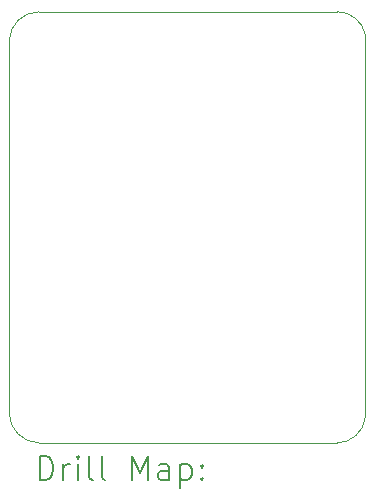
<source format=gbr>
%TF.GenerationSoftware,KiCad,Pcbnew,8.0.5*%
%TF.CreationDate,2024-11-27T14:44:59+01:00*%
%TF.ProjectId,TOF_PCB_COTE,544f465f-5043-4425-9f43-4f54452e6b69,rev?*%
%TF.SameCoordinates,Original*%
%TF.FileFunction,Drillmap*%
%TF.FilePolarity,Positive*%
%FSLAX45Y45*%
G04 Gerber Fmt 4.5, Leading zero omitted, Abs format (unit mm)*
G04 Created by KiCad (PCBNEW 8.0.5) date 2024-11-27 14:44:59*
%MOMM*%
%LPD*%
G01*
G04 APERTURE LIST*
%ADD10C,0.050000*%
%ADD11C,0.200000*%
G04 APERTURE END LIST*
D10*
X15100000Y-8100000D02*
G75*
G02*
X15339998Y-8295153I0J-245150D01*
G01*
X12325006Y-8350000D02*
G75*
G02*
X12576777Y-8101776I249984J-1760D01*
G01*
X15098223Y-11751777D02*
X12576777Y-11750006D01*
X12576777Y-8101777D02*
X15100000Y-8100000D01*
X12576777Y-11750006D02*
G75*
G02*
X12325000Y-11500000I3J251786D01*
G01*
X15340000Y-8295153D02*
X15340000Y-11535403D01*
X15340000Y-11535403D02*
G75*
G02*
X15098223Y-11751781I-241780J26893D01*
G01*
X12325000Y-11500000D02*
X12325000Y-8350000D01*
D11*
X12583277Y-12065760D02*
X12583277Y-11865760D01*
X12583277Y-11865760D02*
X12630896Y-11865760D01*
X12630896Y-11865760D02*
X12659467Y-11875284D01*
X12659467Y-11875284D02*
X12678515Y-11894332D01*
X12678515Y-11894332D02*
X12688039Y-11913379D01*
X12688039Y-11913379D02*
X12697562Y-11951475D01*
X12697562Y-11951475D02*
X12697562Y-11980046D01*
X12697562Y-11980046D02*
X12688039Y-12018141D01*
X12688039Y-12018141D02*
X12678515Y-12037189D01*
X12678515Y-12037189D02*
X12659467Y-12056237D01*
X12659467Y-12056237D02*
X12630896Y-12065760D01*
X12630896Y-12065760D02*
X12583277Y-12065760D01*
X12783277Y-12065760D02*
X12783277Y-11932427D01*
X12783277Y-11970522D02*
X12792801Y-11951475D01*
X12792801Y-11951475D02*
X12802324Y-11941951D01*
X12802324Y-11941951D02*
X12821372Y-11932427D01*
X12821372Y-11932427D02*
X12840420Y-11932427D01*
X12907086Y-12065760D02*
X12907086Y-11932427D01*
X12907086Y-11865760D02*
X12897562Y-11875284D01*
X12897562Y-11875284D02*
X12907086Y-11884808D01*
X12907086Y-11884808D02*
X12916610Y-11875284D01*
X12916610Y-11875284D02*
X12907086Y-11865760D01*
X12907086Y-11865760D02*
X12907086Y-11884808D01*
X13030896Y-12065760D02*
X13011848Y-12056237D01*
X13011848Y-12056237D02*
X13002324Y-12037189D01*
X13002324Y-12037189D02*
X13002324Y-11865760D01*
X13135658Y-12065760D02*
X13116610Y-12056237D01*
X13116610Y-12056237D02*
X13107086Y-12037189D01*
X13107086Y-12037189D02*
X13107086Y-11865760D01*
X13364229Y-12065760D02*
X13364229Y-11865760D01*
X13364229Y-11865760D02*
X13430896Y-12008618D01*
X13430896Y-12008618D02*
X13497562Y-11865760D01*
X13497562Y-11865760D02*
X13497562Y-12065760D01*
X13678515Y-12065760D02*
X13678515Y-11960999D01*
X13678515Y-11960999D02*
X13668991Y-11941951D01*
X13668991Y-11941951D02*
X13649943Y-11932427D01*
X13649943Y-11932427D02*
X13611848Y-11932427D01*
X13611848Y-11932427D02*
X13592801Y-11941951D01*
X13678515Y-12056237D02*
X13659467Y-12065760D01*
X13659467Y-12065760D02*
X13611848Y-12065760D01*
X13611848Y-12065760D02*
X13592801Y-12056237D01*
X13592801Y-12056237D02*
X13583277Y-12037189D01*
X13583277Y-12037189D02*
X13583277Y-12018141D01*
X13583277Y-12018141D02*
X13592801Y-11999094D01*
X13592801Y-11999094D02*
X13611848Y-11989570D01*
X13611848Y-11989570D02*
X13659467Y-11989570D01*
X13659467Y-11989570D02*
X13678515Y-11980046D01*
X13773753Y-11932427D02*
X13773753Y-12132427D01*
X13773753Y-11941951D02*
X13792801Y-11932427D01*
X13792801Y-11932427D02*
X13830896Y-11932427D01*
X13830896Y-11932427D02*
X13849943Y-11941951D01*
X13849943Y-11941951D02*
X13859467Y-11951475D01*
X13859467Y-11951475D02*
X13868991Y-11970522D01*
X13868991Y-11970522D02*
X13868991Y-12027665D01*
X13868991Y-12027665D02*
X13859467Y-12046713D01*
X13859467Y-12046713D02*
X13849943Y-12056237D01*
X13849943Y-12056237D02*
X13830896Y-12065760D01*
X13830896Y-12065760D02*
X13792801Y-12065760D01*
X13792801Y-12065760D02*
X13773753Y-12056237D01*
X13954705Y-12046713D02*
X13964229Y-12056237D01*
X13964229Y-12056237D02*
X13954705Y-12065760D01*
X13954705Y-12065760D02*
X13945182Y-12056237D01*
X13945182Y-12056237D02*
X13954705Y-12046713D01*
X13954705Y-12046713D02*
X13954705Y-12065760D01*
X13954705Y-11941951D02*
X13964229Y-11951475D01*
X13964229Y-11951475D02*
X13954705Y-11960999D01*
X13954705Y-11960999D02*
X13945182Y-11951475D01*
X13945182Y-11951475D02*
X13954705Y-11941951D01*
X13954705Y-11941951D02*
X13954705Y-11960999D01*
M02*

</source>
